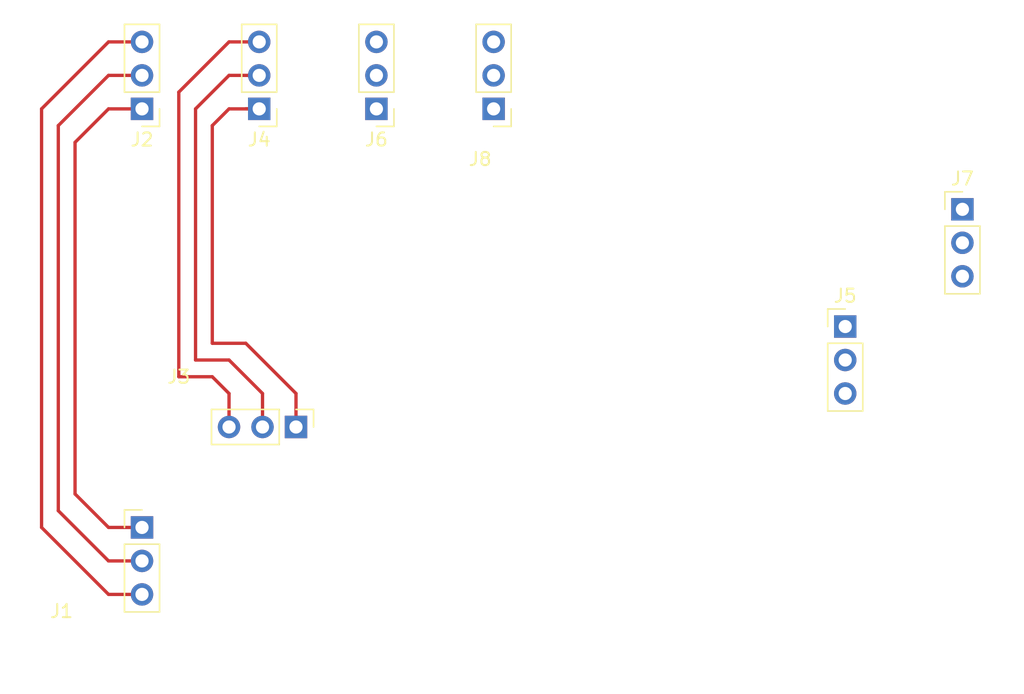
<source format=kicad_pcb>
(kicad_pcb (version 20171130) (host pcbnew 5.1.12-84ad8e8a86~92~ubuntu18.04.1)

  (general
    (thickness 1.6)
    (drawings 1)
    (tracks 34)
    (zones 0)
    (modules 12)
    (nets 13)
  )

  (page A4)
  (layers
    (0 F.Cu signal)
    (31 B.Cu signal)
    (32 B.Adhes user)
    (33 F.Adhes user)
    (34 B.Paste user)
    (35 F.Paste user)
    (36 B.SilkS user)
    (37 F.SilkS user)
    (38 B.Mask user)
    (39 F.Mask user)
    (40 Dwgs.User user)
    (41 Cmts.User user)
    (42 Eco1.User user)
    (43 Eco2.User user)
    (44 Edge.Cuts user)
    (45 Margin user)
    (46 B.CrtYd user)
    (47 F.CrtYd user)
    (48 B.Fab user)
    (49 F.Fab user)
  )

  (setup
    (last_trace_width 0.25)
    (trace_clearance 0.2)
    (zone_clearance 0.508)
    (zone_45_only no)
    (trace_min 0.2)
    (via_size 0.8)
    (via_drill 0.4)
    (via_min_size 0.4)
    (via_min_drill 0.3)
    (uvia_size 0.3)
    (uvia_drill 0.1)
    (uvias_allowed no)
    (uvia_min_size 0.2)
    (uvia_min_drill 0.1)
    (edge_width 0.05)
    (segment_width 0.2)
    (pcb_text_width 0.3)
    (pcb_text_size 1.5 1.5)
    (mod_edge_width 0.12)
    (mod_text_size 1 1)
    (mod_text_width 0.15)
    (pad_size 1.524 1.524)
    (pad_drill 0.762)
    (pad_to_mask_clearance 0)
    (aux_axis_origin 0 0)
    (grid_origin 98.04 163.83)
    (visible_elements FFFFFF7F)
    (pcbplotparams
      (layerselection 0x010fc_ffffffff)
      (usegerberextensions false)
      (usegerberattributes true)
      (usegerberadvancedattributes true)
      (creategerberjobfile true)
      (excludeedgelayer true)
      (linewidth 0.100000)
      (plotframeref false)
      (viasonmask false)
      (mode 1)
      (useauxorigin false)
      (hpglpennumber 1)
      (hpglpenspeed 20)
      (hpglpendiameter 15.000000)
      (psnegative false)
      (psa4output false)
      (plotreference true)
      (plotvalue true)
      (plotinvisibletext false)
      (padsonsilk false)
      (subtractmaskfromsilk false)
      (outputformat 1)
      (mirror false)
      (drillshape 1)
      (scaleselection 1)
      (outputdirectory ""))
  )

  (net 0 "")
  (net 1 "Net-(J1-Pad3)")
  (net 2 "Net-(J1-Pad2)")
  (net 3 "Net-(J1-Pad1)")
  (net 4 "Net-(J3-Pad1)")
  (net 5 "Net-(J3-Pad2)")
  (net 6 "Net-(J3-Pad3)")
  (net 7 "Net-(J5-Pad1)")
  (net 8 "Net-(J5-Pad2)")
  (net 9 "Net-(J5-Pad3)")
  (net 10 "Net-(J7-Pad3)")
  (net 11 "Net-(J7-Pad2)")
  (net 12 "Net-(J7-Pad1)")

  (net_class Default "This is the default net class."
    (clearance 0.2)
    (trace_width 0.25)
    (via_dia 0.8)
    (via_drill 0.4)
    (uvia_dia 0.3)
    (uvia_drill 0.1)
    (add_net "Net-(J1-Pad1)")
    (add_net "Net-(J1-Pad2)")
    (add_net "Net-(J1-Pad3)")
    (add_net "Net-(J3-Pad1)")
    (add_net "Net-(J3-Pad2)")
    (add_net "Net-(J3-Pad3)")
    (add_net "Net-(J5-Pad1)")
    (add_net "Net-(J5-Pad2)")
    (add_net "Net-(J5-Pad3)")
    (add_net "Net-(J7-Pad1)")
    (add_net "Net-(J7-Pad2)")
    (add_net "Net-(J7-Pad3)")
  )

  (module MountingHole:MountingHole_2.2mm_M2 (layer F.Cu) (tedit 56D1B4CB) (tstamp 6237E151)
    (at 104.64 179.07)
    (descr "Mounting Hole 2.2mm, no annular, M2")
    (tags "mounting hole 2.2mm no annular m2")
    (attr virtual)
    (fp_text reference REF** (at 0 -3.2) (layer F.SilkS) hide
      (effects (font (size 1 1) (thickness 0.15)))
    )
    (fp_text value 2.2mm_M2 (at 0 3.2) (layer F.Fab) hide
      (effects (font (size 1 1) (thickness 0.15)))
    )
    (fp_text user %R (at 0.3 0) (layer F.Fab)
      (effects (font (size 1 1) (thickness 0.15)))
    )
    (fp_circle (center 0 0) (end 2.2 0) (layer Cmts.User) (width 0.15))
    (fp_circle (center 0 0) (end 2.45 0) (layer F.CrtYd) (width 0.05))
    (pad 1 np_thru_hole circle (at 0 0) (size 2.2 2.2) (drill 2.2) (layers *.Cu *.Mask))
  )

  (module MountingHole:MountingHole_2.2mm_M2 (layer F.Cu) (tedit 56D1B4CB) (tstamp 6237E11F)
    (at 104.64 163.83)
    (descr "Mounting Hole 2.2mm, no annular, M2")
    (tags "mounting hole 2.2mm no annular m2")
    (attr virtual)
    (fp_text reference REF** (at 0 -3.2) (layer F.SilkS) hide
      (effects (font (size 1 1) (thickness 0.15)))
    )
    (fp_text value 2.2mm_M2 (at 0 3.2) (layer F.Fab) hide
      (effects (font (size 1 1) (thickness 0.15)))
    )
    (fp_text user %R (at 0.3 0) (layer F.Fab)
      (effects (font (size 1 1) (thickness 0.15)))
    )
    (fp_circle (center 0 0) (end 2.2 0) (layer Cmts.User) (width 0.15))
    (fp_circle (center 0 0) (end 2.45 0) (layer F.CrtYd) (width 0.05))
    (pad 1 np_thru_hole circle (at 0 0) (size 2.2 2.2) (drill 2.2) (layers *.Cu *.Mask))
  )

  (module MountingHole:MountingHole_2.2mm_M2 (layer F.Cu) (tedit 56D1B4CB) (tstamp 6237E0EC)
    (at 91.44 179.07)
    (descr "Mounting Hole 2.2mm, no annular, M2")
    (tags "mounting hole 2.2mm no annular m2")
    (attr virtual)
    (fp_text reference REF** (at 0 -3.2) (layer F.SilkS) hide
      (effects (font (size 1 1) (thickness 0.15)))
    )
    (fp_text value 2.2mm_M2 (at 0 3.2) (layer F.Fab) hide
      (effects (font (size 1 1) (thickness 0.15)))
    )
    (fp_text user %R (at 0.3 0) (layer F.Fab)
      (effects (font (size 1 1) (thickness 0.15)))
    )
    (fp_circle (center 0 0) (end 2.2 0) (layer Cmts.User) (width 0.15))
    (fp_circle (center 0 0) (end 2.45 0) (layer F.CrtYd) (width 0.05))
    (pad 1 np_thru_hole circle (at 0 0) (size 2.2 2.2) (drill 2.2) (layers *.Cu *.Mask))
  )

  (module MountingHole:MountingHole_2.2mm_M2 (layer F.Cu) (tedit 56D1B4CB) (tstamp 6237E0CF)
    (at 91.44 163.83)
    (descr "Mounting Hole 2.2mm, no annular, M2")
    (tags "mounting hole 2.2mm no annular m2")
    (attr virtual)
    (fp_text reference REF** (at 0 -3.2) (layer F.SilkS) hide
      (effects (font (size 1 1) (thickness 0.15)))
    )
    (fp_text value 2.2mm_M2 (at 0 3.2) (layer F.Fab) hide
      (effects (font (size 1 1) (thickness 0.15)))
    )
    (fp_text user %R (at 0.3 0) (layer F.Fab)
      (effects (font (size 1 1) (thickness 0.15)))
    )
    (fp_circle (center 0 0) (end 2.2 0) (layer Cmts.User) (width 0.15))
    (fp_circle (center 0 0) (end 2.45 0) (layer F.CrtYd) (width 0.05))
    (pad 1 np_thru_hole circle (at 0 0) (size 2.2 2.2) (drill 2.2) (layers *.Cu *.Mask))
  )

  (module Connector_PinHeader_2.54mm:PinHeader_1x03_P2.54mm_Vertical (layer F.Cu) (tedit 59FED5CC) (tstamp 6237D7FF)
    (at 88.9 168.91)
    (descr "Through hole straight pin header, 1x03, 2.54mm pitch, single row")
    (tags "Through hole pin header THT 1x03 2.54mm single row")
    (path /6237A64A)
    (fp_text reference J1 (at -6.1 6.35) (layer F.SilkS)
      (effects (font (size 1 1) (thickness 0.15)))
    )
    (fp_text value Conn_01x03 (at -6.1 8.89) (layer F.Fab)
      (effects (font (size 1 1) (thickness 0.15)))
    )
    (fp_text user %R (at 0 2.54 90) (layer F.Fab)
      (effects (font (size 1 1) (thickness 0.15)))
    )
    (fp_line (start -0.635 -1.27) (end 1.27 -1.27) (layer F.Fab) (width 0.1))
    (fp_line (start 1.27 -1.27) (end 1.27 6.35) (layer F.Fab) (width 0.1))
    (fp_line (start 1.27 6.35) (end -1.27 6.35) (layer F.Fab) (width 0.1))
    (fp_line (start -1.27 6.35) (end -1.27 -0.635) (layer F.Fab) (width 0.1))
    (fp_line (start -1.27 -0.635) (end -0.635 -1.27) (layer F.Fab) (width 0.1))
    (fp_line (start -1.33 6.41) (end 1.33 6.41) (layer F.SilkS) (width 0.12))
    (fp_line (start -1.33 1.27) (end -1.33 6.41) (layer F.SilkS) (width 0.12))
    (fp_line (start 1.33 1.27) (end 1.33 6.41) (layer F.SilkS) (width 0.12))
    (fp_line (start -1.33 1.27) (end 1.33 1.27) (layer F.SilkS) (width 0.12))
    (fp_line (start -1.33 0) (end -1.33 -1.33) (layer F.SilkS) (width 0.12))
    (fp_line (start -1.33 -1.33) (end 0 -1.33) (layer F.SilkS) (width 0.12))
    (fp_line (start -1.8 -1.8) (end -1.8 6.85) (layer F.CrtYd) (width 0.05))
    (fp_line (start -1.8 6.85) (end 1.8 6.85) (layer F.CrtYd) (width 0.05))
    (fp_line (start 1.8 6.85) (end 1.8 -1.8) (layer F.CrtYd) (width 0.05))
    (fp_line (start 1.8 -1.8) (end -1.8 -1.8) (layer F.CrtYd) (width 0.05))
    (pad 3 thru_hole oval (at 0 5.08) (size 1.7 1.7) (drill 1) (layers *.Cu *.Mask)
      (net 1 "Net-(J1-Pad3)"))
    (pad 2 thru_hole oval (at 0 2.54) (size 1.7 1.7) (drill 1) (layers *.Cu *.Mask)
      (net 2 "Net-(J1-Pad2)"))
    (pad 1 thru_hole rect (at 0 0) (size 1.7 1.7) (drill 1) (layers *.Cu *.Mask)
      (net 3 "Net-(J1-Pad1)"))
    (model ${KISYS3DMOD}/Connector_PinHeader_2.54mm.3dshapes/PinHeader_1x03_P2.54mm_Vertical.wrl
      (at (xyz 0 0 0))
      (scale (xyz 1 1 1))
      (rotate (xyz 0 0 0))
    )
  )

  (module Connector_PinHeader_2.54mm:PinHeader_1x03_P2.54mm_Vertical (layer F.Cu) (tedit 59FED5CC) (tstamp 6237D816)
    (at 88.9 137.16 180)
    (descr "Through hole straight pin header, 1x03, 2.54mm pitch, single row")
    (tags "Through hole pin header THT 1x03 2.54mm single row")
    (path /62377680)
    (fp_text reference J2 (at 0 -2.33) (layer F.SilkS)
      (effects (font (size 1 1) (thickness 0.15)))
    )
    (fp_text value Conn_01x03 (at 0 7.41) (layer F.Fab)
      (effects (font (size 1 1) (thickness 0.15)))
    )
    (fp_text user %R (at 0 2.54 90) (layer F.Fab)
      (effects (font (size 1 1) (thickness 0.15)))
    )
    (fp_line (start -0.635 -1.27) (end 1.27 -1.27) (layer F.Fab) (width 0.1))
    (fp_line (start 1.27 -1.27) (end 1.27 6.35) (layer F.Fab) (width 0.1))
    (fp_line (start 1.27 6.35) (end -1.27 6.35) (layer F.Fab) (width 0.1))
    (fp_line (start -1.27 6.35) (end -1.27 -0.635) (layer F.Fab) (width 0.1))
    (fp_line (start -1.27 -0.635) (end -0.635 -1.27) (layer F.Fab) (width 0.1))
    (fp_line (start -1.33 6.41) (end 1.33 6.41) (layer F.SilkS) (width 0.12))
    (fp_line (start -1.33 1.27) (end -1.33 6.41) (layer F.SilkS) (width 0.12))
    (fp_line (start 1.33 1.27) (end 1.33 6.41) (layer F.SilkS) (width 0.12))
    (fp_line (start -1.33 1.27) (end 1.33 1.27) (layer F.SilkS) (width 0.12))
    (fp_line (start -1.33 0) (end -1.33 -1.33) (layer F.SilkS) (width 0.12))
    (fp_line (start -1.33 -1.33) (end 0 -1.33) (layer F.SilkS) (width 0.12))
    (fp_line (start -1.8 -1.8) (end -1.8 6.85) (layer F.CrtYd) (width 0.05))
    (fp_line (start -1.8 6.85) (end 1.8 6.85) (layer F.CrtYd) (width 0.05))
    (fp_line (start 1.8 6.85) (end 1.8 -1.8) (layer F.CrtYd) (width 0.05))
    (fp_line (start 1.8 -1.8) (end -1.8 -1.8) (layer F.CrtYd) (width 0.05))
    (pad 3 thru_hole oval (at 0 5.08 180) (size 1.7 1.7) (drill 1) (layers *.Cu *.Mask)
      (net 1 "Net-(J1-Pad3)"))
    (pad 2 thru_hole oval (at 0 2.54 180) (size 1.7 1.7) (drill 1) (layers *.Cu *.Mask)
      (net 2 "Net-(J1-Pad2)"))
    (pad 1 thru_hole rect (at 0 0 180) (size 1.7 1.7) (drill 1) (layers *.Cu *.Mask)
      (net 3 "Net-(J1-Pad1)"))
    (model ${KISYS3DMOD}/Connector_PinHeader_2.54mm.3dshapes/PinHeader_1x03_P2.54mm_Vertical.wrl
      (at (xyz 0 0 0))
      (scale (xyz 1 1 1))
      (rotate (xyz 0 0 0))
    )
  )

  (module Connector_PinHeader_2.54mm:PinHeader_1x03_P2.54mm_Vertical (layer F.Cu) (tedit 59FED5CC) (tstamp 6237D86D)
    (at 97.79 137.16 180)
    (descr "Through hole straight pin header, 1x03, 2.54mm pitch, single row")
    (tags "Through hole pin header THT 1x03 2.54mm single row")
    (path /62378CBD)
    (fp_text reference J4 (at 0 -2.33) (layer F.SilkS)
      (effects (font (size 1 1) (thickness 0.15)))
    )
    (fp_text value Conn_01x03 (at 0 7.41) (layer F.Fab)
      (effects (font (size 1 1) (thickness 0.15)))
    )
    (fp_line (start 1.8 -1.8) (end -1.8 -1.8) (layer F.CrtYd) (width 0.05))
    (fp_line (start 1.8 6.85) (end 1.8 -1.8) (layer F.CrtYd) (width 0.05))
    (fp_line (start -1.8 6.85) (end 1.8 6.85) (layer F.CrtYd) (width 0.05))
    (fp_line (start -1.8 -1.8) (end -1.8 6.85) (layer F.CrtYd) (width 0.05))
    (fp_line (start -1.33 -1.33) (end 0 -1.33) (layer F.SilkS) (width 0.12))
    (fp_line (start -1.33 0) (end -1.33 -1.33) (layer F.SilkS) (width 0.12))
    (fp_line (start -1.33 1.27) (end 1.33 1.27) (layer F.SilkS) (width 0.12))
    (fp_line (start 1.33 1.27) (end 1.33 6.41) (layer F.SilkS) (width 0.12))
    (fp_line (start -1.33 1.27) (end -1.33 6.41) (layer F.SilkS) (width 0.12))
    (fp_line (start -1.33 6.41) (end 1.33 6.41) (layer F.SilkS) (width 0.12))
    (fp_line (start -1.27 -0.635) (end -0.635 -1.27) (layer F.Fab) (width 0.1))
    (fp_line (start -1.27 6.35) (end -1.27 -0.635) (layer F.Fab) (width 0.1))
    (fp_line (start 1.27 6.35) (end -1.27 6.35) (layer F.Fab) (width 0.1))
    (fp_line (start 1.27 -1.27) (end 1.27 6.35) (layer F.Fab) (width 0.1))
    (fp_line (start -0.635 -1.27) (end 1.27 -1.27) (layer F.Fab) (width 0.1))
    (fp_text user %R (at 0 2.54 90) (layer F.Fab)
      (effects (font (size 1 1) (thickness 0.15)))
    )
    (pad 1 thru_hole rect (at 0 0 180) (size 1.7 1.7) (drill 1) (layers *.Cu *.Mask)
      (net 4 "Net-(J3-Pad1)"))
    (pad 2 thru_hole oval (at 0 2.54 180) (size 1.7 1.7) (drill 1) (layers *.Cu *.Mask)
      (net 5 "Net-(J3-Pad2)"))
    (pad 3 thru_hole oval (at 0 5.08 180) (size 1.7 1.7) (drill 1) (layers *.Cu *.Mask)
      (net 6 "Net-(J3-Pad3)"))
    (model ${KISYS3DMOD}/Connector_PinHeader_2.54mm.3dshapes/PinHeader_1x03_P2.54mm_Vertical.wrl
      (at (xyz 0 0 0))
      (scale (xyz 1 1 1))
      (rotate (xyz 0 0 0))
    )
  )

  (module Connector_PinHeader_2.54mm:PinHeader_1x03_P2.54mm_Vertical (layer F.Cu) (tedit 59FED5CC) (tstamp 6237D884)
    (at 142.24 153.67)
    (descr "Through hole straight pin header, 1x03, 2.54mm pitch, single row")
    (tags "Through hole pin header THT 1x03 2.54mm single row")
    (path /6237B2FE)
    (fp_text reference J5 (at 0 -2.33) (layer F.SilkS)
      (effects (font (size 1 1) (thickness 0.15)))
    )
    (fp_text value Conn_01x03 (at 0 7.41) (layer F.Fab)
      (effects (font (size 1 1) (thickness 0.15)))
    )
    (fp_line (start 1.8 -1.8) (end -1.8 -1.8) (layer F.CrtYd) (width 0.05))
    (fp_line (start 1.8 6.85) (end 1.8 -1.8) (layer F.CrtYd) (width 0.05))
    (fp_line (start -1.8 6.85) (end 1.8 6.85) (layer F.CrtYd) (width 0.05))
    (fp_line (start -1.8 -1.8) (end -1.8 6.85) (layer F.CrtYd) (width 0.05))
    (fp_line (start -1.33 -1.33) (end 0 -1.33) (layer F.SilkS) (width 0.12))
    (fp_line (start -1.33 0) (end -1.33 -1.33) (layer F.SilkS) (width 0.12))
    (fp_line (start -1.33 1.27) (end 1.33 1.27) (layer F.SilkS) (width 0.12))
    (fp_line (start 1.33 1.27) (end 1.33 6.41) (layer F.SilkS) (width 0.12))
    (fp_line (start -1.33 1.27) (end -1.33 6.41) (layer F.SilkS) (width 0.12))
    (fp_line (start -1.33 6.41) (end 1.33 6.41) (layer F.SilkS) (width 0.12))
    (fp_line (start -1.27 -0.635) (end -0.635 -1.27) (layer F.Fab) (width 0.1))
    (fp_line (start -1.27 6.35) (end -1.27 -0.635) (layer F.Fab) (width 0.1))
    (fp_line (start 1.27 6.35) (end -1.27 6.35) (layer F.Fab) (width 0.1))
    (fp_line (start 1.27 -1.27) (end 1.27 6.35) (layer F.Fab) (width 0.1))
    (fp_line (start -0.635 -1.27) (end 1.27 -1.27) (layer F.Fab) (width 0.1))
    (fp_text user %R (at 0 2.54 90) (layer F.Fab)
      (effects (font (size 1 1) (thickness 0.15)))
    )
    (pad 1 thru_hole rect (at 0 0) (size 1.7 1.7) (drill 1) (layers *.Cu *.Mask)
      (net 7 "Net-(J5-Pad1)"))
    (pad 2 thru_hole oval (at 0 2.54) (size 1.7 1.7) (drill 1) (layers *.Cu *.Mask)
      (net 8 "Net-(J5-Pad2)"))
    (pad 3 thru_hole oval (at 0 5.08) (size 1.7 1.7) (drill 1) (layers *.Cu *.Mask)
      (net 9 "Net-(J5-Pad3)"))
    (model ${KISYS3DMOD}/Connector_PinHeader_2.54mm.3dshapes/PinHeader_1x03_P2.54mm_Vertical.wrl
      (at (xyz 0 0 0))
      (scale (xyz 1 1 1))
      (rotate (xyz 0 0 0))
    )
  )

  (module Connector_PinHeader_2.54mm:PinHeader_1x03_P2.54mm_Vertical (layer F.Cu) (tedit 59FED5CC) (tstamp 6237D89B)
    (at 106.68 137.16 180)
    (descr "Through hole straight pin header, 1x03, 2.54mm pitch, single row")
    (tags "Through hole pin header THT 1x03 2.54mm single row")
    (path /62379393)
    (fp_text reference J6 (at 0 -2.33) (layer F.SilkS)
      (effects (font (size 1 1) (thickness 0.15)))
    )
    (fp_text value Conn_01x03 (at 0 7.41) (layer F.Fab)
      (effects (font (size 1 1) (thickness 0.15)))
    )
    (fp_text user %R (at 0 2.54 90) (layer F.Fab)
      (effects (font (size 1 1) (thickness 0.15)))
    )
    (fp_line (start -0.635 -1.27) (end 1.27 -1.27) (layer F.Fab) (width 0.1))
    (fp_line (start 1.27 -1.27) (end 1.27 6.35) (layer F.Fab) (width 0.1))
    (fp_line (start 1.27 6.35) (end -1.27 6.35) (layer F.Fab) (width 0.1))
    (fp_line (start -1.27 6.35) (end -1.27 -0.635) (layer F.Fab) (width 0.1))
    (fp_line (start -1.27 -0.635) (end -0.635 -1.27) (layer F.Fab) (width 0.1))
    (fp_line (start -1.33 6.41) (end 1.33 6.41) (layer F.SilkS) (width 0.12))
    (fp_line (start -1.33 1.27) (end -1.33 6.41) (layer F.SilkS) (width 0.12))
    (fp_line (start 1.33 1.27) (end 1.33 6.41) (layer F.SilkS) (width 0.12))
    (fp_line (start -1.33 1.27) (end 1.33 1.27) (layer F.SilkS) (width 0.12))
    (fp_line (start -1.33 0) (end -1.33 -1.33) (layer F.SilkS) (width 0.12))
    (fp_line (start -1.33 -1.33) (end 0 -1.33) (layer F.SilkS) (width 0.12))
    (fp_line (start -1.8 -1.8) (end -1.8 6.85) (layer F.CrtYd) (width 0.05))
    (fp_line (start -1.8 6.85) (end 1.8 6.85) (layer F.CrtYd) (width 0.05))
    (fp_line (start 1.8 6.85) (end 1.8 -1.8) (layer F.CrtYd) (width 0.05))
    (fp_line (start 1.8 -1.8) (end -1.8 -1.8) (layer F.CrtYd) (width 0.05))
    (pad 3 thru_hole oval (at 0 5.08 180) (size 1.7 1.7) (drill 1) (layers *.Cu *.Mask)
      (net 9 "Net-(J5-Pad3)"))
    (pad 2 thru_hole oval (at 0 2.54 180) (size 1.7 1.7) (drill 1) (layers *.Cu *.Mask)
      (net 8 "Net-(J5-Pad2)"))
    (pad 1 thru_hole rect (at 0 0 180) (size 1.7 1.7) (drill 1) (layers *.Cu *.Mask)
      (net 7 "Net-(J5-Pad1)"))
    (model ${KISYS3DMOD}/Connector_PinHeader_2.54mm.3dshapes/PinHeader_1x03_P2.54mm_Vertical.wrl
      (at (xyz 0 0 0))
      (scale (xyz 1 1 1))
      (rotate (xyz 0 0 0))
    )
  )

  (module Connector_PinHeader_2.54mm:PinHeader_1x03_P2.54mm_Vertical (layer F.Cu) (tedit 59FED5CC) (tstamp 6237D8F2)
    (at 115.57 137.16 180)
    (descr "Through hole straight pin header, 1x03, 2.54mm pitch, single row")
    (tags "Through hole pin header THT 1x03 2.54mm single row")
    (path /62379A9A)
    (fp_text reference J8 (at 1.02 -3.81) (layer F.SilkS)
      (effects (font (size 1 1) (thickness 0.15)))
    )
    (fp_text value Conn_01x03 (at 0 7.41) (layer F.Fab)
      (effects (font (size 1 1) (thickness 0.15)))
    )
    (fp_line (start 1.8 -1.8) (end -1.8 -1.8) (layer F.CrtYd) (width 0.05))
    (fp_line (start 1.8 6.85) (end 1.8 -1.8) (layer F.CrtYd) (width 0.05))
    (fp_line (start -1.8 6.85) (end 1.8 6.85) (layer F.CrtYd) (width 0.05))
    (fp_line (start -1.8 -1.8) (end -1.8 6.85) (layer F.CrtYd) (width 0.05))
    (fp_line (start -1.33 -1.33) (end 0 -1.33) (layer F.SilkS) (width 0.12))
    (fp_line (start -1.33 0) (end -1.33 -1.33) (layer F.SilkS) (width 0.12))
    (fp_line (start -1.33 1.27) (end 1.33 1.27) (layer F.SilkS) (width 0.12))
    (fp_line (start 1.33 1.27) (end 1.33 6.41) (layer F.SilkS) (width 0.12))
    (fp_line (start -1.33 1.27) (end -1.33 6.41) (layer F.SilkS) (width 0.12))
    (fp_line (start -1.33 6.41) (end 1.33 6.41) (layer F.SilkS) (width 0.12))
    (fp_line (start -1.27 -0.635) (end -0.635 -1.27) (layer F.Fab) (width 0.1))
    (fp_line (start -1.27 6.35) (end -1.27 -0.635) (layer F.Fab) (width 0.1))
    (fp_line (start 1.27 6.35) (end -1.27 6.35) (layer F.Fab) (width 0.1))
    (fp_line (start 1.27 -1.27) (end 1.27 6.35) (layer F.Fab) (width 0.1))
    (fp_line (start -0.635 -1.27) (end 1.27 -1.27) (layer F.Fab) (width 0.1))
    (fp_text user %R (at 0 2.54 90) (layer F.Fab)
      (effects (font (size 1 1) (thickness 0.15)))
    )
    (pad 1 thru_hole rect (at 0 0 180) (size 1.7 1.7) (drill 1) (layers *.Cu *.Mask)
      (net 12 "Net-(J7-Pad1)"))
    (pad 2 thru_hole oval (at 0 2.54 180) (size 1.7 1.7) (drill 1) (layers *.Cu *.Mask)
      (net 11 "Net-(J7-Pad2)"))
    (pad 3 thru_hole oval (at 0 5.08 180) (size 1.7 1.7) (drill 1) (layers *.Cu *.Mask)
      (net 10 "Net-(J7-Pad3)"))
    (model ${KISYS3DMOD}/Connector_PinHeader_2.54mm.3dshapes/PinHeader_1x03_P2.54mm_Vertical.wrl
      (at (xyz 0 0 0))
      (scale (xyz 1 1 1))
      (rotate (xyz 0 0 0))
    )
  )

  (module Connector_PinHeader_2.54mm:PinHeader_1x03_P2.54mm_Vertical (layer F.Cu) (tedit 59FED5CC) (tstamp 6237DB7C)
    (at 100.58 161.29 270)
    (descr "Through hole straight pin header, 1x03, 2.54mm pitch, single row")
    (tags "Through hole pin header THT 1x03 2.54mm single row")
    (path /6237ABFF)
    (fp_text reference J3 (at -3.81 8.89 180) (layer F.SilkS)
      (effects (font (size 1 1) (thickness 0.15)))
    )
    (fp_text value Conn_01x03 (at -3.81 2.54 180) (layer F.Fab)
      (effects (font (size 1 1) (thickness 0.15)))
    )
    (fp_line (start 1.8 -1.8) (end -1.8 -1.8) (layer F.CrtYd) (width 0.05))
    (fp_line (start 1.8 6.85) (end 1.8 -1.8) (layer F.CrtYd) (width 0.05))
    (fp_line (start -1.8 6.85) (end 1.8 6.85) (layer F.CrtYd) (width 0.05))
    (fp_line (start -1.8 -1.8) (end -1.8 6.85) (layer F.CrtYd) (width 0.05))
    (fp_line (start -1.33 -1.33) (end 0 -1.33) (layer F.SilkS) (width 0.12))
    (fp_line (start -1.33 0) (end -1.33 -1.33) (layer F.SilkS) (width 0.12))
    (fp_line (start -1.33 1.27) (end 1.33 1.27) (layer F.SilkS) (width 0.12))
    (fp_line (start 1.33 1.27) (end 1.33 6.41) (layer F.SilkS) (width 0.12))
    (fp_line (start -1.33 1.27) (end -1.33 6.41) (layer F.SilkS) (width 0.12))
    (fp_line (start -1.33 6.41) (end 1.33 6.41) (layer F.SilkS) (width 0.12))
    (fp_line (start -1.27 -0.635) (end -0.635 -1.27) (layer F.Fab) (width 0.1))
    (fp_line (start -1.27 6.35) (end -1.27 -0.635) (layer F.Fab) (width 0.1))
    (fp_line (start 1.27 6.35) (end -1.27 6.35) (layer F.Fab) (width 0.1))
    (fp_line (start 1.27 -1.27) (end 1.27 6.35) (layer F.Fab) (width 0.1))
    (fp_line (start -0.635 -1.27) (end 1.27 -1.27) (layer F.Fab) (width 0.1))
    (fp_text user %R (at 0 2.54) (layer F.Fab)
      (effects (font (size 1 1) (thickness 0.15)))
    )
    (pad 1 thru_hole rect (at 0 0 270) (size 1.7 1.7) (drill 1) (layers *.Cu *.Mask)
      (net 4 "Net-(J3-Pad1)"))
    (pad 2 thru_hole oval (at 0 2.54 270) (size 1.7 1.7) (drill 1) (layers *.Cu *.Mask)
      (net 5 "Net-(J3-Pad2)"))
    (pad 3 thru_hole oval (at 0 5.08 270) (size 1.7 1.7) (drill 1) (layers *.Cu *.Mask)
      (net 6 "Net-(J3-Pad3)"))
    (model ${KISYS3DMOD}/Connector_PinHeader_2.54mm.3dshapes/PinHeader_1x03_P2.54mm_Vertical.wrl
      (at (xyz 0 0 0))
      (scale (xyz 1 1 1))
      (rotate (xyz 0 0 0))
    )
  )

  (module Connector_PinHeader_2.54mm:PinHeader_1x03_P2.54mm_Vertical (layer F.Cu) (tedit 59FED5CC) (tstamp 6237DB92)
    (at 151.13 144.78)
    (descr "Through hole straight pin header, 1x03, 2.54mm pitch, single row")
    (tags "Through hole pin header THT 1x03 2.54mm single row")
    (path /6237B7FD)
    (fp_text reference J7 (at 0 -2.33) (layer F.SilkS)
      (effects (font (size 1 1) (thickness 0.15)))
    )
    (fp_text value Conn_01x03 (at 0 7.41) (layer F.Fab)
      (effects (font (size 1 1) (thickness 0.15)))
    )
    (fp_text user %R (at 0 2.54 90) (layer F.Fab)
      (effects (font (size 1 1) (thickness 0.15)))
    )
    (fp_line (start -0.635 -1.27) (end 1.27 -1.27) (layer F.Fab) (width 0.1))
    (fp_line (start 1.27 -1.27) (end 1.27 6.35) (layer F.Fab) (width 0.1))
    (fp_line (start 1.27 6.35) (end -1.27 6.35) (layer F.Fab) (width 0.1))
    (fp_line (start -1.27 6.35) (end -1.27 -0.635) (layer F.Fab) (width 0.1))
    (fp_line (start -1.27 -0.635) (end -0.635 -1.27) (layer F.Fab) (width 0.1))
    (fp_line (start -1.33 6.41) (end 1.33 6.41) (layer F.SilkS) (width 0.12))
    (fp_line (start -1.33 1.27) (end -1.33 6.41) (layer F.SilkS) (width 0.12))
    (fp_line (start 1.33 1.27) (end 1.33 6.41) (layer F.SilkS) (width 0.12))
    (fp_line (start -1.33 1.27) (end 1.33 1.27) (layer F.SilkS) (width 0.12))
    (fp_line (start -1.33 0) (end -1.33 -1.33) (layer F.SilkS) (width 0.12))
    (fp_line (start -1.33 -1.33) (end 0 -1.33) (layer F.SilkS) (width 0.12))
    (fp_line (start -1.8 -1.8) (end -1.8 6.85) (layer F.CrtYd) (width 0.05))
    (fp_line (start -1.8 6.85) (end 1.8 6.85) (layer F.CrtYd) (width 0.05))
    (fp_line (start 1.8 6.85) (end 1.8 -1.8) (layer F.CrtYd) (width 0.05))
    (fp_line (start 1.8 -1.8) (end -1.8 -1.8) (layer F.CrtYd) (width 0.05))
    (pad 3 thru_hole oval (at 0 5.08) (size 1.7 1.7) (drill 1) (layers *.Cu *.Mask)
      (net 10 "Net-(J7-Pad3)"))
    (pad 2 thru_hole oval (at 0 2.54) (size 1.7 1.7) (drill 1) (layers *.Cu *.Mask)
      (net 11 "Net-(J7-Pad2)"))
    (pad 1 thru_hole rect (at 0 0) (size 1.7 1.7) (drill 1) (layers *.Cu *.Mask)
      (net 12 "Net-(J7-Pad1)"))
    (model ${KISYS3DMOD}/Connector_PinHeader_2.54mm.3dshapes/PinHeader_1x03_P2.54mm_Vertical.wrl
      (at (xyz 0 0 0))
      (scale (xyz 1 1 1))
      (rotate (xyz 0 0 0))
    )
  )

  (gr_line (start 104.64 163.83) (end 104.64 164.33) (layer Dwgs.User) (width 0.15))

  (segment (start 88.9 132.08) (end 86.36 132.08) (width 0.25) (layer F.Cu) (net 1))
  (segment (start 86.36 132.08) (end 81.28 137.16) (width 0.25) (layer F.Cu) (net 1))
  (segment (start 81.28 137.16) (end 81.28 168.91) (width 0.25) (layer F.Cu) (net 1))
  (segment (start 86.36 173.99) (end 88.9 173.99) (width 0.25) (layer F.Cu) (net 1))
  (segment (start 81.28 168.91) (end 86.36 173.99) (width 0.25) (layer F.Cu) (net 1))
  (segment (start 88.9 134.62) (end 86.36 134.62) (width 0.25) (layer F.Cu) (net 2))
  (segment (start 86.36 134.62) (end 82.55 138.43) (width 0.25) (layer F.Cu) (net 2))
  (segment (start 82.55 138.43) (end 82.55 167.64) (width 0.25) (layer F.Cu) (net 2))
  (segment (start 86.36 171.45) (end 88.9 171.45) (width 0.25) (layer F.Cu) (net 2))
  (segment (start 82.55 167.64) (end 86.36 171.45) (width 0.25) (layer F.Cu) (net 2))
  (segment (start 88.9 137.16) (end 86.36 137.16) (width 0.25) (layer F.Cu) (net 3))
  (segment (start 86.36 137.16) (end 83.82 139.7) (width 0.25) (layer F.Cu) (net 3))
  (segment (start 83.82 139.7) (end 83.82 166.37) (width 0.25) (layer F.Cu) (net 3))
  (segment (start 86.36 168.91) (end 88.9 168.91) (width 0.25) (layer F.Cu) (net 3))
  (segment (start 83.82 166.37) (end 86.36 168.91) (width 0.25) (layer F.Cu) (net 3))
  (segment (start 97.79 137.16) (end 96.77 137.16) (width 0.25) (layer F.Cu) (net 4))
  (segment (start 97.79 137.16) (end 95.5 137.16) (width 0.25) (layer F.Cu) (net 4))
  (segment (start 95.5 137.16) (end 94.23 138.43) (width 0.25) (layer F.Cu) (net 4))
  (segment (start 94.23 138.43) (end 94.23 154.94) (width 0.25) (layer F.Cu) (net 4))
  (segment (start 94.23 154.94) (end 96.77 154.94) (width 0.25) (layer F.Cu) (net 4))
  (segment (start 100.58 158.75) (end 100.58 161.29) (width 0.25) (layer F.Cu) (net 4))
  (segment (start 96.77 154.94) (end 100.58 158.75) (width 0.25) (layer F.Cu) (net 4))
  (segment (start 97.79 134.62) (end 95.5 134.62) (width 0.25) (layer F.Cu) (net 5))
  (segment (start 95.5 134.62) (end 92.96 137.16) (width 0.25) (layer F.Cu) (net 5))
  (segment (start 92.96 137.16) (end 92.96 156.21) (width 0.25) (layer F.Cu) (net 5))
  (segment (start 92.96 156.21) (end 95.5 156.21) (width 0.25) (layer F.Cu) (net 5))
  (segment (start 98.04 158.75) (end 98.04 161.29) (width 0.25) (layer F.Cu) (net 5))
  (segment (start 95.5 156.21) (end 98.04 158.75) (width 0.25) (layer F.Cu) (net 5))
  (segment (start 97.79 132.08) (end 95.5 132.08) (width 0.25) (layer F.Cu) (net 6))
  (segment (start 95.5 132.08) (end 91.69 135.89) (width 0.25) (layer F.Cu) (net 6))
  (segment (start 91.69 135.89) (end 91.69 157.48) (width 0.25) (layer F.Cu) (net 6))
  (segment (start 91.69 157.48) (end 94.23 157.48) (width 0.25) (layer F.Cu) (net 6))
  (segment (start 95.5 158.75) (end 95.5 161.29) (width 0.25) (layer F.Cu) (net 6))
  (segment (start 94.23 157.48) (end 95.5 158.75) (width 0.25) (layer F.Cu) (net 6))

)

</source>
